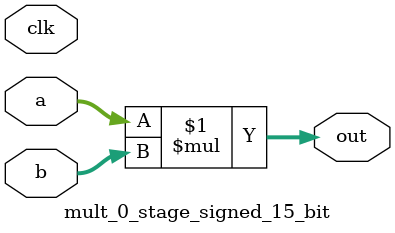
<source format=sv>
(* use_dsp = "yes" *) module mult_0_stage_signed_15_bit(
	input signed [14:0] a,
	input signed [14:0] b,
	output [14:0] out,
	input clk);

	assign out = a * b;
endmodule

</source>
